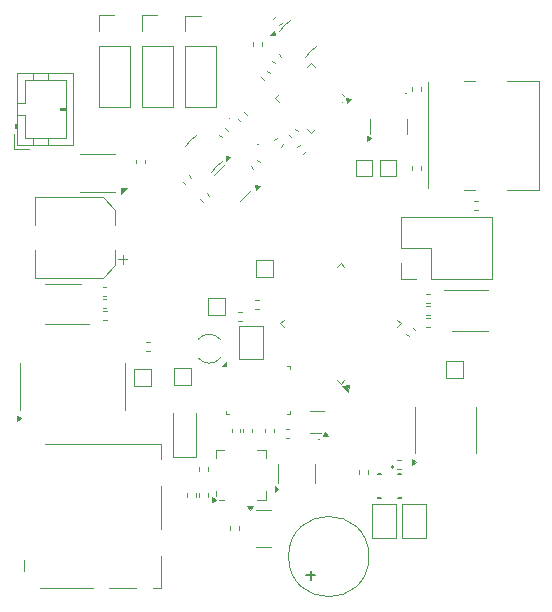
<source format=gbr>
%TF.GenerationSoftware,KiCad,Pcbnew,8.0.8*%
%TF.CreationDate,2025-02-27T11:16:46-08:00*%
%TF.ProjectId,Vanguard_new,56616e67-7561-4726-945f-6e65772e6b69,rev?*%
%TF.SameCoordinates,Original*%
%TF.FileFunction,Legend,Top*%
%TF.FilePolarity,Positive*%
%FSLAX46Y46*%
G04 Gerber Fmt 4.6, Leading zero omitted, Abs format (unit mm)*
G04 Created by KiCad (PCBNEW 8.0.8) date 2025-02-27 11:16:46*
%MOMM*%
%LPD*%
G01*
G04 APERTURE LIST*
%ADD10C,0.150000*%
%ADD11C,0.120000*%
%ADD12C,0.100000*%
%ADD13C,0.127000*%
%ADD14C,0.200000*%
G04 APERTURE END LIST*
D10*
X117973866Y-132880951D02*
X117973866Y-132119047D01*
X118354819Y-132499999D02*
X117592914Y-132499999D01*
D11*
%TO.C,ADR1*%
X111907500Y-111340000D02*
X113907500Y-111340000D01*
X111907500Y-114140000D02*
X111907500Y-111340000D01*
X113907500Y-111340000D02*
X113907500Y-114140000D01*
X113907500Y-114140000D02*
X111907500Y-114140000D01*
%TO.C,R2*%
X116815444Y-96250491D02*
X117032725Y-96033210D01*
X117352845Y-96787892D02*
X117570126Y-96570611D01*
%TO.C,TP1*%
X123800000Y-97300000D02*
X125200000Y-97300000D01*
X123800000Y-98700000D02*
X123800000Y-97300000D01*
X125200000Y-97300000D02*
X125200000Y-98700000D01*
X125200000Y-98700000D02*
X123800000Y-98700000D01*
%TO.C,R30*%
X100371359Y-108070000D02*
X100678641Y-108070000D01*
X100371359Y-108830000D02*
X100678641Y-108830000D01*
%TO.C,JP2*%
X123160000Y-126489998D02*
X125160000Y-126489998D01*
X123160000Y-129289998D02*
X123160000Y-126489998D01*
X125160000Y-126489998D02*
X125160000Y-129289998D01*
X125160000Y-129289998D02*
X123160000Y-129289998D01*
%TO.C,R35*%
X126570000Y-91146334D02*
X126570000Y-91453616D01*
X127330000Y-91146334D02*
X127330000Y-91453616D01*
%TO.C,J5*%
X103670000Y-85090000D02*
X105000000Y-85090000D01*
X103670000Y-86420000D02*
X103670000Y-85090000D01*
X103670000Y-87690000D02*
X103670000Y-92830000D01*
X103670000Y-87690000D02*
X106330000Y-87690000D01*
X103670000Y-92830000D02*
X106330000Y-92830000D01*
X106330000Y-87690000D02*
X106330000Y-92830000D01*
D12*
%TO.C,D2*%
X111141940Y-93828399D02*
G75*
G02*
X111041938Y-93828399I-50001J0D01*
G01*
X111041938Y-93828399D02*
G75*
G02*
X111141940Y-93828399I50001J0D01*
G01*
D11*
%TO.C,U2*%
X115394689Y-111160551D02*
X115712887Y-110842353D01*
X115712887Y-111478749D02*
X115394689Y-111160551D01*
X120181802Y-115947664D02*
X120500000Y-116265862D01*
X120500000Y-106055240D02*
X120181802Y-106373438D01*
X120500000Y-116265862D02*
X120818198Y-115947664D01*
X120818198Y-106373438D02*
X120500000Y-106055240D01*
X125287113Y-110842353D02*
X125605311Y-111160551D01*
X125605311Y-111160551D02*
X125287113Y-111478749D01*
X121143467Y-116937613D02*
X120662635Y-116456781D01*
X121235391Y-116364857D01*
X121143467Y-116937613D01*
G36*
X121143467Y-116937613D02*
G01*
X120662635Y-116456781D01*
X121235391Y-116364857D01*
X121143467Y-116937613D01*
G37*
%TO.C,U8*%
X101400000Y-96805000D02*
X98400000Y-96805000D01*
X101400000Y-100025000D02*
X98400000Y-100025000D01*
X101950000Y-100195000D02*
X101950000Y-99715000D01*
X102430000Y-99715000D01*
X101950000Y-100195000D01*
G36*
X101950000Y-100195000D02*
G01*
X101950000Y-99715000D01*
X102430000Y-99715000D01*
X101950000Y-100195000D01*
G37*
%TO.C,Q1*%
X115716785Y-85920377D02*
X115257166Y-86379997D01*
X115716785Y-85920377D02*
X116176405Y-85460758D01*
X117922959Y-88126551D02*
X117463339Y-88586170D01*
X117922959Y-88126551D02*
X118382578Y-87666931D01*
X114930129Y-86777744D02*
X114527078Y-86714105D01*
X114866490Y-86374694D01*
X114930129Y-86777744D01*
G36*
X114930129Y-86777744D02*
G01*
X114527078Y-86714105D01*
X114866490Y-86374694D01*
X114930129Y-86777744D01*
G37*
%TO.C,R23*%
X112153641Y-110180000D02*
X111846359Y-110180000D01*
X112153641Y-110940000D02*
X111846359Y-110940000D01*
%TO.C,TP3*%
X103020000Y-115030000D02*
X104420000Y-115030000D01*
X103020000Y-116430000D02*
X103020000Y-115030000D01*
X104420000Y-115030000D02*
X104420000Y-116430000D01*
X104420000Y-116430000D02*
X103020000Y-116430000D01*
%TO.C,R5*%
X113762035Y-90299436D02*
X113979316Y-90516717D01*
X114299436Y-89762035D02*
X114516717Y-89979316D01*
%TO.C,J4*%
X100020000Y-85090000D02*
X101350000Y-85090000D01*
X100020000Y-86420000D02*
X100020000Y-85090000D01*
X100020000Y-87690000D02*
X100020000Y-92830000D01*
X100020000Y-87690000D02*
X102680000Y-87690000D01*
X100020000Y-92830000D02*
X102680000Y-92830000D01*
X102680000Y-87690000D02*
X102680000Y-92830000D01*
%TO.C,R10*%
X113123349Y-98058518D02*
X112906068Y-97841237D01*
X113660750Y-97521117D02*
X113443469Y-97303836D01*
%TO.C,TP4*%
X129430000Y-114340000D02*
X130830000Y-114340000D01*
X129430000Y-115740000D02*
X129430000Y-114340000D01*
X130830000Y-114340000D02*
X130830000Y-115740000D01*
X130830000Y-115740000D02*
X129430000Y-115740000D01*
%TO.C,R15*%
X108530000Y-125526358D02*
X108530000Y-125833640D01*
X109290000Y-125526358D02*
X109290000Y-125833640D01*
%TO.C,R25*%
X127741359Y-108650000D02*
X128048641Y-108650000D01*
X127741359Y-109410000D02*
X128048641Y-109410000D01*
%TO.C,TP6*%
X109275000Y-109030000D02*
X110675000Y-109030000D01*
X109275000Y-110430000D02*
X109275000Y-109030000D01*
X110675000Y-109030000D02*
X110675000Y-110430000D01*
X110675000Y-110430000D02*
X109275000Y-110430000D01*
%TO.C,U9*%
X109932500Y-121860000D02*
X110657500Y-121860000D01*
X109932500Y-122585000D02*
X109932500Y-121860000D01*
X109932500Y-125355000D02*
X109932500Y-125780000D01*
X110657500Y-126080000D02*
X110172500Y-126080000D01*
X114152500Y-121860000D02*
X113427500Y-121860000D01*
X114152500Y-122585000D02*
X114152500Y-121860000D01*
X114152500Y-125355000D02*
X114152500Y-126080000D01*
X114152500Y-126080000D02*
X113427500Y-126080000D01*
X109932500Y-126080000D02*
X109602500Y-126319999D01*
X109602500Y-125840000D01*
X109932500Y-126080000D01*
G36*
X109932500Y-126080000D02*
G01*
X109602500Y-126319999D01*
X109602500Y-125840000D01*
X109932500Y-126080000D01*
G37*
%TO.C,J1*%
X127870000Y-99704974D02*
X127870000Y-90754974D01*
X130950000Y-90634974D02*
X131850000Y-90634974D01*
X130950000Y-99824974D02*
X131849999Y-99824974D01*
X134550000Y-90634974D02*
X137280000Y-90634974D01*
X134550000Y-99824974D02*
X137280000Y-99824974D01*
X137280000Y-99824974D02*
X137280000Y-90634974D01*
%TO.C,R3*%
X115102725Y-95453210D02*
X114885444Y-95670491D01*
X115640126Y-95990611D02*
X115422845Y-96207892D01*
%TO.C,Q4*%
X114000000Y-126939999D02*
X113350000Y-126940000D01*
X114000000Y-126939999D02*
X114650000Y-126940000D01*
X114000000Y-130060001D02*
X113350000Y-130060000D01*
X114000000Y-130060001D02*
X114650000Y-130060000D01*
X113077500Y-126660001D02*
X112837500Y-126990000D01*
X112597500Y-126660000D01*
X113077500Y-126660001D01*
G36*
X113077500Y-126660001D02*
G01*
X112837500Y-126990000D01*
X112597500Y-126660000D01*
X113077500Y-126660001D01*
G37*
D12*
%TO.C,D7*%
X126120001Y-91689974D02*
G75*
G02*
X126019999Y-91689974I-50001J0D01*
G01*
X126019999Y-91689974D02*
G75*
G02*
X126120001Y-91689974I50001J0D01*
G01*
D11*
%TO.C,R1*%
X125613641Y-122710000D02*
X125306359Y-122710000D01*
X125613641Y-123470000D02*
X125306359Y-123470000D01*
%TO.C,R24*%
X104056359Y-112720000D02*
X104363641Y-112720000D01*
X104056359Y-113480000D02*
X104363641Y-113480000D01*
%TO.C,R26*%
X127741359Y-109690000D02*
X128048641Y-109690000D01*
X127741359Y-110450000D02*
X128048641Y-110450000D01*
%TO.C,R33*%
X103180000Y-97301359D02*
X103180000Y-97608641D01*
X103940000Y-97301359D02*
X103940000Y-97608641D01*
%TO.C,R34*%
X111120000Y-128346359D02*
X111120000Y-128653641D01*
X111880000Y-128346359D02*
X111880000Y-128653641D01*
%TO.C,R36*%
X122050000Y-123883641D02*
X122050000Y-123576359D01*
X122810000Y-123883641D02*
X122810000Y-123576359D01*
%TO.C,D6*%
X106330000Y-122447500D02*
X106330000Y-118787500D01*
X106330000Y-122447500D02*
X108230000Y-122447500D01*
X108230000Y-122447500D02*
X108230000Y-118787500D01*
%TO.C,R13*%
X108622659Y-100660060D02*
X108839940Y-100877341D01*
X109160060Y-100122659D02*
X109377341Y-100339940D01*
%TO.C,R17*%
X115846359Y-120120000D02*
X116153641Y-120120000D01*
X115846359Y-120880000D02*
X116153641Y-120880000D01*
%TO.C,U6*%
X110790000Y-118810000D02*
X110790000Y-118550000D01*
X110790000Y-118810000D02*
X111050000Y-118810000D01*
X116210000Y-114790000D02*
X115950000Y-114790000D01*
X116210000Y-114790000D02*
X116210000Y-115050000D01*
X116210000Y-118810000D02*
X115950000Y-118810000D01*
X116210000Y-118810000D02*
X116210000Y-118550000D01*
D12*
X110790000Y-114790000D02*
X110430000Y-114790000D01*
X110790000Y-114430000D01*
X110790000Y-114790000D01*
G36*
X110790000Y-114790000D02*
G01*
X110430000Y-114790000D01*
X110790000Y-114430000D01*
X110790000Y-114790000D01*
G37*
D11*
%TO.C,R9*%
X110424530Y-95395448D02*
X110207249Y-95178167D01*
X110961931Y-94858047D02*
X110744650Y-94640766D01*
%TO.C,STARBOARD_RGB1*%
X129235000Y-108370000D02*
X132950000Y-108370000D01*
X129900000Y-111770000D02*
X132950000Y-111770000D01*
%TO.C,R32*%
X131826358Y-100760000D02*
X132133640Y-100760000D01*
X131826358Y-101520000D02*
X132133640Y-101520000D01*
%TO.C,R18*%
X111267500Y-120076359D02*
X111267500Y-120383641D01*
X112027500Y-120076359D02*
X112027500Y-120383641D01*
%TO.C,R21*%
X126270564Y-112267965D02*
X126053283Y-112050684D01*
X126807965Y-111730564D02*
X126590684Y-111513283D01*
%TO.C,U5*%
X118880001Y-120410000D02*
X117900001Y-120410000D01*
X119100001Y-118590000D02*
X117900001Y-118590000D01*
X119460001Y-120714433D02*
X118980001Y-120714432D01*
X119220001Y-120384432D01*
X119460001Y-120714433D01*
G36*
X119460001Y-120714433D02*
G01*
X118980001Y-120714432D01*
X119220001Y-120384432D01*
X119460001Y-120714433D01*
G37*
%TO.C,R31*%
X126590000Y-97846359D02*
X126590000Y-98153641D01*
X127350000Y-97846359D02*
X127350000Y-98153641D01*
%TO.C,R22*%
X113296360Y-109150000D02*
X113603642Y-109150000D01*
X113296360Y-109910000D02*
X113603642Y-109910000D01*
D13*
%TO.C,U10*%
X123640000Y-123900000D02*
X123932500Y-123900000D01*
X123640000Y-123942500D02*
X123640000Y-123900000D01*
X123640000Y-125900000D02*
X123640000Y-125857500D01*
X123640000Y-125900000D02*
X123932500Y-125900000D01*
X125347500Y-123900000D02*
X125640000Y-123900000D01*
X125640000Y-123900000D02*
X125640000Y-123942500D01*
X125640000Y-125857500D02*
X125640000Y-125900000D01*
X125640000Y-125900000D02*
X125347500Y-125900000D01*
D14*
X124990000Y-123312500D02*
G75*
G02*
X124790000Y-123312500I-100000J0D01*
G01*
X124790000Y-123312500D02*
G75*
G02*
X124990000Y-123312500I100000J0D01*
G01*
D11*
%TO.C,U3*%
X126810193Y-120221196D02*
X126810192Y-118271196D01*
X126810193Y-120221196D02*
X126810192Y-122171196D01*
X131930191Y-120221196D02*
X131930192Y-118271196D01*
X131930191Y-120221196D02*
X131930192Y-122171196D01*
X126905192Y-122921196D02*
X126575192Y-123161195D01*
X126575192Y-122681196D01*
X126905192Y-122921196D01*
G36*
X126905192Y-122921196D02*
G01*
X126575192Y-123161195D01*
X126575192Y-122681196D01*
X126905192Y-122921196D01*
G37*
D12*
%TO.C,D3*%
X113527862Y-95994725D02*
G75*
G02*
X113427860Y-95994725I-50001J0D01*
G01*
X113427860Y-95994725D02*
G75*
G02*
X113527862Y-95994725I50001J0D01*
G01*
D11*
%TO.C,R4*%
X111784097Y-93813451D02*
X112001378Y-94030732D01*
X112321498Y-93276050D02*
X112538779Y-93493331D01*
%TO.C,Y1*%
X108430439Y-112518186D02*
G75*
G02*
X110330000Y-112518719I949561J-781814D01*
G01*
X110330000Y-114081281D02*
G75*
G02*
X108430439Y-114081814I-950000J781281D01*
G01*
%TO.C,R8*%
X113120000Y-87653641D02*
X113120000Y-87346359D01*
X113880000Y-87653641D02*
X113880000Y-87346359D01*
%TO.C,BZ1*%
X122900000Y-130900000D02*
G75*
G02*
X116100000Y-130900000I-3400000J0D01*
G01*
X116100000Y-130900000D02*
G75*
G02*
X122900000Y-130900000I3400000J0D01*
G01*
%TO.C,R28*%
X100381359Y-110150000D02*
X100688641Y-110150000D01*
X100381359Y-110910000D02*
X100688641Y-110910000D01*
%TO.C,R19*%
X112267500Y-120076359D02*
X112267500Y-120383641D01*
X113027500Y-120076359D02*
X113027500Y-120383641D01*
%TO.C,R29*%
X100371359Y-109120000D02*
X100678641Y-109120000D01*
X100371359Y-109880000D02*
X100678641Y-109880000D01*
%TO.C,R7*%
X114782659Y-85369940D02*
X114999940Y-85152659D01*
X115320060Y-85907341D02*
X115537341Y-85690060D01*
%TO.C,R14*%
X108540000Y-123336359D02*
X108540000Y-123643641D01*
X109300000Y-123336359D02*
X109300000Y-123643641D01*
%TO.C,R20*%
X114120000Y-120076359D02*
X114120000Y-120383641D01*
X114880000Y-120076359D02*
X114880000Y-120383641D01*
%TO.C,Q3*%
X107768538Y-95642128D02*
X107308919Y-96101748D01*
X107768538Y-95642128D02*
X108228158Y-95182509D01*
X109974712Y-97848302D02*
X109515092Y-98307921D01*
X109974712Y-97848302D02*
X110434331Y-97388682D01*
X111164419Y-97054574D02*
X110825007Y-97393985D01*
X110761368Y-96990935D01*
X111164419Y-97054574D01*
G36*
X111164419Y-97054574D02*
G01*
X110825007Y-97393985D01*
X110761368Y-96990935D01*
X111164419Y-97054574D01*
G37*
%TO.C,U7*%
X93384999Y-116500000D02*
X93385000Y-114550000D01*
X93384999Y-116500000D02*
X93385000Y-118450000D01*
X102255001Y-116500000D02*
X102255000Y-114550000D01*
X102255001Y-116500000D02*
X102255000Y-118450000D01*
X93450000Y-119200000D02*
X93120000Y-119440000D01*
X93120000Y-118960000D01*
X93450000Y-119200000D01*
G36*
X93450000Y-119200000D02*
G01*
X93120000Y-119440000D01*
X93120000Y-118960000D01*
X93450000Y-119200000D01*
G37*
D12*
%TO.C,D5*%
X118730001Y-121000000D02*
G75*
G02*
X118629999Y-121000000I-50001J0D01*
G01*
X118629999Y-121000000D02*
G75*
G02*
X118730001Y-121000000I50001J0D01*
G01*
D11*
%TO.C,R6*%
X114725444Y-88920611D02*
X114942725Y-89137892D01*
X115262845Y-88383210D02*
X115480126Y-88600491D01*
%TO.C,R11*%
X116124820Y-95199987D02*
X116342101Y-95417268D01*
X116662221Y-94662586D02*
X116879502Y-94879867D01*
%TO.C,C10*%
X94590000Y-100490000D02*
X94590000Y-102840000D01*
X94590000Y-107310000D02*
X94590000Y-104960000D01*
X100345563Y-100489999D02*
X94590000Y-100490000D01*
X100345563Y-107310001D02*
X94590000Y-107310000D01*
X101410001Y-101554437D02*
X100345563Y-100489999D01*
X101410001Y-101554437D02*
X101410000Y-102840000D01*
X101410001Y-106245563D02*
X100345563Y-107310001D01*
X101410001Y-106245563D02*
X101410000Y-104960000D01*
X102043750Y-106141250D02*
X102043751Y-105353750D01*
X102437500Y-105747500D02*
X101650000Y-105747500D01*
%TO.C,TP5*%
X106430000Y-114970000D02*
X107830000Y-114970000D01*
X106430000Y-116370000D02*
X106430000Y-114970000D01*
X107830000Y-114970000D02*
X107830000Y-116370000D01*
X107830000Y-116370000D02*
X106430000Y-116370000D01*
%TO.C,U4*%
X115190000Y-123890000D02*
X115190000Y-123090000D01*
X115190000Y-123890000D02*
X115190000Y-124690000D01*
X118310000Y-123890000D02*
X118310000Y-123090000D01*
X118310000Y-123890000D02*
X118310000Y-124690000D01*
X115240000Y-125190000D02*
X114910000Y-125430000D01*
X114910000Y-124950000D01*
X115240000Y-125190000D01*
G36*
X115240000Y-125190000D02*
G01*
X114910000Y-125430000D01*
X114910000Y-124950000D01*
X115240000Y-125190000D01*
G37*
%TO.C,R16*%
X107520000Y-125833641D02*
X107520000Y-125526359D01*
X108280000Y-125833641D02*
X108280000Y-125526359D01*
%TO.C,TP2*%
X121800000Y-97300000D02*
X123200000Y-97300000D01*
X121800000Y-98700000D02*
X121800000Y-97300000D01*
X123200000Y-97300000D02*
X123200000Y-98700000D01*
X123200000Y-98700000D02*
X121800000Y-98700000D01*
%TO.C,PORTSIDE_RGB1*%
X98525000Y-107800000D02*
X95475000Y-107800000D01*
X99190000Y-111200000D02*
X95475000Y-111200000D01*
%TO.C,J7*%
X107320000Y-85095000D02*
X108650000Y-85095000D01*
X107320000Y-86425000D02*
X107320000Y-85095000D01*
X107320000Y-87695000D02*
X107320000Y-92835000D01*
X107320000Y-87695000D02*
X109980000Y-87695000D01*
X107320000Y-92835000D02*
X109980000Y-92835000D01*
X109980000Y-87695000D02*
X109980000Y-92835000D01*
%TO.C,Q2*%
X110271133Y-98105438D02*
X109811514Y-98565058D01*
X110271133Y-98105438D02*
X110730753Y-97645819D01*
X112477307Y-100311612D02*
X112017687Y-100771231D01*
X112477307Y-100311612D02*
X112936926Y-99851992D01*
X113667014Y-99517884D02*
X113327602Y-99857295D01*
X113263963Y-99454245D01*
X113667014Y-99517884D01*
G36*
X113667014Y-99517884D02*
G01*
X113327602Y-99857295D01*
X113263963Y-99454245D01*
X113667014Y-99517884D01*
G37*
%TO.C,U1*%
X114985551Y-92077346D02*
X115321427Y-92413222D01*
X115321427Y-91741470D02*
X114985551Y-92077346D01*
X117633666Y-89429231D02*
X117969542Y-89093355D01*
X117969542Y-89093355D02*
X118305418Y-89429231D01*
X117969542Y-95061337D02*
X117633666Y-94725461D01*
X118305418Y-94725461D02*
X117969542Y-95061337D01*
X120617657Y-91741470D02*
X120783827Y-91907640D01*
X120617657Y-92413222D02*
X120741401Y-92289478D01*
X121356583Y-92140986D02*
X121017172Y-92480397D01*
X120953533Y-92077346D01*
X121356583Y-92140986D01*
G36*
X121356583Y-92140986D02*
G01*
X121017172Y-92480397D01*
X120953533Y-92077346D01*
X121356583Y-92140986D01*
G37*
%TO.C,J6*%
X92840000Y-95110000D02*
X92840000Y-96360000D01*
X92840000Y-96360000D02*
X94090000Y-96360000D01*
X92939999Y-94300000D02*
X92939999Y-94600000D01*
X92939999Y-94600000D02*
X93140000Y-94600000D01*
X93040000Y-94300000D02*
X93040000Y-94600000D01*
X93140000Y-89940000D02*
X93140000Y-96060000D01*
X93140000Y-93500000D02*
X93749999Y-93500000D01*
X93140000Y-94300000D02*
X92939999Y-94300000D01*
X93140000Y-96060000D02*
X97860000Y-96060000D01*
X93749999Y-90550000D02*
X93750000Y-92500000D01*
X93749999Y-93500000D02*
X93750000Y-95450000D01*
X93750000Y-92500000D02*
X93140000Y-92500000D01*
X93750000Y-95450000D02*
X97250000Y-95450000D01*
X94450000Y-89940000D02*
X94450000Y-90550000D01*
X94450001Y-96060000D02*
X94450000Y-95450000D01*
X95749999Y-96060000D02*
X95750000Y-95450000D01*
X95750000Y-89940000D02*
X95750000Y-90550000D01*
X96750000Y-92900000D02*
X97250000Y-92900000D01*
X96750000Y-93100000D02*
X96750000Y-92900000D01*
X97250000Y-90550000D02*
X93749999Y-90550000D01*
X97250000Y-93000000D02*
X96750000Y-93000000D01*
X97250000Y-93099999D02*
X96750000Y-93100000D01*
X97250000Y-95450000D02*
X97250000Y-90550000D01*
X97860000Y-89940000D02*
X93140000Y-89940000D01*
X97860000Y-96060000D02*
X97860000Y-89940000D01*
%TO.C,R12*%
X107339940Y-99377341D02*
X107122659Y-99160060D01*
X107877341Y-98839940D02*
X107660060Y-98622659D01*
%TO.C,J3*%
X93680000Y-132090001D02*
X93680000Y-131230000D01*
X95050000Y-133570000D02*
X99500000Y-133570000D01*
X100900000Y-133570000D02*
X103200000Y-133570000D01*
X104600000Y-133570000D02*
X105320000Y-133570000D01*
X105320000Y-121390000D02*
X95499999Y-121390000D01*
X105320000Y-122619999D02*
X105320000Y-121390000D01*
X105320000Y-128590000D02*
X105320000Y-124920000D01*
X105320000Y-133570000D02*
X105319999Y-130890000D01*
%TO.C,D1*%
X122990000Y-93850000D02*
X122990000Y-95120000D01*
X126110000Y-95150000D02*
X126110000Y-93850000D01*
X123040000Y-95500000D02*
X122710000Y-95740000D01*
X122710000Y-95260000D01*
X123040000Y-95500000D01*
G36*
X123040000Y-95500000D02*
G01*
X122710000Y-95740000D01*
X122710000Y-95260000D01*
X123040000Y-95500000D01*
G37*
%TO.C,TP7*%
X113367215Y-105800000D02*
X114767215Y-105800000D01*
X113367215Y-107200000D02*
X113367215Y-105800000D01*
X114767215Y-105800000D02*
X114767215Y-107200000D01*
X114767215Y-107200000D02*
X113367215Y-107200000D01*
%TO.C,R27*%
X127741359Y-110740000D02*
X128048641Y-110740000D01*
X127741359Y-111500000D02*
X128048641Y-111500000D01*
%TO.C,JP1*%
X125730000Y-126489999D02*
X127730000Y-126489999D01*
X125730000Y-129289999D02*
X125730000Y-126489999D01*
X127730000Y-126489999D02*
X127730000Y-129289999D01*
X127730000Y-129289999D02*
X125730000Y-129289999D01*
%TO.C,J2*%
X125590000Y-102170000D02*
X133330000Y-102170000D01*
X125590000Y-104769999D02*
X125590000Y-102170000D01*
X125590000Y-107370000D02*
X125590000Y-106040000D01*
X126920000Y-107370000D02*
X125590000Y-107370000D01*
X128190000Y-104770000D02*
X125590000Y-104769999D01*
X128190001Y-107370000D02*
X128190000Y-104770000D01*
X128190001Y-107370000D02*
X133329999Y-107370000D01*
X133329999Y-107370000D02*
X133330000Y-102170000D01*
%TD*%
M02*

</source>
